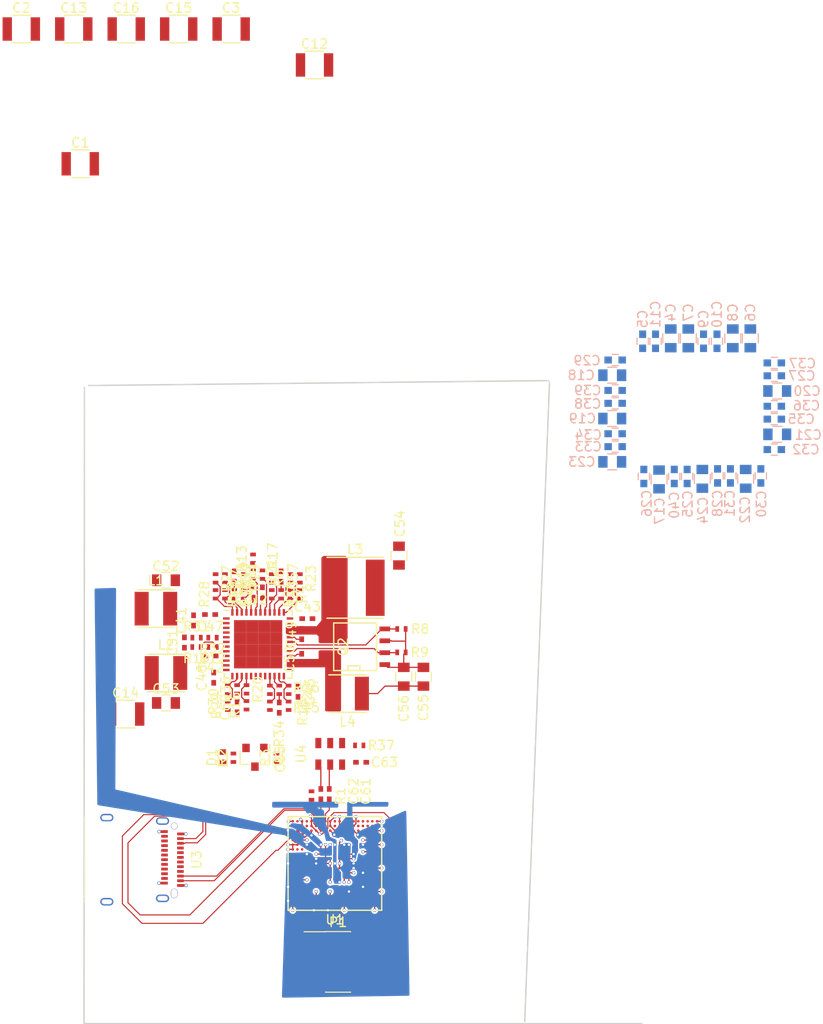
<source format=kicad_pcb>
(kicad_pcb (version 20221018) (generator pcbnew)
  (layers (0 "F.Cu" signal "SIGNALS") (1 "In1.Cu" signal "HS_SIGNALS") (2 "In2.Cu" power "GND") (31 "B.Cu" power "PWR") (34 "B.Paste" user) (35 "F.Paste" user) (36 "B.SilkS" user "B.Silkscreen") (37 "F.SilkS" user "F.Silkscreen") (38 "B.Mask" user) (39 "F.Mask" user) (44 "Edge.Cuts" user))
  (net 0 "")
  (net 1 "GND")
  (net 2 "AVCC1P2")
  (net 3 "AVCC1P0")
  (net 4 "V3P3")
  (net 5 "V1P0")
  (net 6 "V1P8")
  (net 7 "Net-(R1-Pad1)")
  (net 8 "/JTAG_TCK")
  (net 9 "/JTAG_TDO")
  (net 10 "/JTAG_TMS")
  (net 11 "/JTAG_TDI")
  (net 12 "/GTP0_TX_P")
  (net 13 "/GTP0_TX_N")
  (net 14 "/GTP1_TX_P")
  (net 15 "/GTP1_TX_N")
  (net 16 "/GTP0_RX_P")
  (net 17 "/GTP0_RX_N")
  (net 18 "/GTP1_RX_P")
  (net 19 "/GTP1_RX_N")
  (net 20 "Net-(C47-Pad1)")
  (net 21 "/power/VCC5V0")
  (net 22 "/power/VCC1V8")
  (net 23 "/power/VCC3V3")
  (net 24 "Net-(C48-Pad1)")
  (net 25 "Net-(Q1-Pad1)")
  (net 26 "Net-(R11-Pad1)")
  (net 27 "Net-(C46-Pad1)")
  (net 28 "Net-(R13-Pad1)")
  (net 29 "/power/VREG")
  (net 30 "/power/AVCC1V2")
  (net 31 "/power/AVCC1V0")
  (net 32 "/power/VCC1V0")
  (net 33 "Net-(D1-Pad1)")
  (net 34 "Net-(Q1-Pad2)")
  (net 35 "/power/SW1")
  (net 36 "/VCC3V3")
  (net 37 "/power/SW3")
  (net 38 "/power/SW4")
  (net 39 "/power/SW2")
  (net 40 "/power/FB5")
  (net 41 "/power/FB3")
  (net 42 "/power/FB4")
  (net 43 "/power/FB1")
  (net 44 "/power/FB2")
  (net 45 "/power/EN4")
  (net 46 "/power/COMP4")
  (net 47 "/power/COMP2")
  (net 48 "/power/EN2")
  (net 49 "/power/EN1")
  (net 50 "/power/COMP1")
  (net 51 "/power/COMP3")
  (net 52 "/power/EN3")
  (net 53 "/power/SS12")
  (net 54 "/power/SS34")
  (net 55 "/power/DL1")
  (net 56 "/power/DL2")
  (net 57 "/power/BST1")
  (net 58 "/power/BST2")
  (net 59 "Net-(C57-Pad2)")
  (net 60 "Net-(C58-Pad2)")
  (net 61 "Net-(C59-Pad2)")
  (net 62 "Net-(C60-Pad2)")
  (net 63 "/power/EN5")
  (net 64 "/GTP_REF_CLK_N")
  (net 65 "/GTP_REF_CLK_P")
  (net 66 "Net-(C61-Pad2)")
  (net 67 "Net-(C62-Pad2)")
  (net 68 "Net-(R37-Pad2)")
  (footprint "NQBit.pretty:CPG236" (layer "F.Cu") (at 106.75 149.75)
    (fp_text reference "U1")
    (fp_text value "XC7A15TCPG236")
  )
  (footprint "Capacitors_SMD:C_1210" (layer "F.Cu") (at 79.55 75.05)
    (fp_text reference "C1")
    (fp_text value "100uF")
  )
  (footprint "Capacitors_SMD:C_1210" (layer "F.Cu") (at 73.25302 60.6625)
    (fp_text reference "C2")
    (fp_text value "47uF")
  )
  (footprint "Capacitors_SMD:C_1210" (layer "F.Cu") (at 95.6706 60.6625)
    (fp_text reference "C3")
    (fp_text value "47uF")
  )
  (footprint "Capacitors_SMD:C_1210" (layer "F.Cu") (at 104.575 64.5)
    (fp_text reference "C12")
    (fp_text value "47uF")
  )
  (footprint "Capacitors_SMD:C_1210" (layer "F.Cu") (at 78.857415 60.6625)
    (fp_text reference "C13")
    (fp_text value "100uF")
  )
  (footprint "Capacitors_SMD:C_1210" (layer "F.Cu") (at 84.4 133.8)
    (fp_text reference "C14")
    (fp_text value "100uF")
  )
  (footprint "Capacitors_SMD:C_1210" (layer "F.Cu") (at 90.066205 60.6625)
    (fp_text reference "C15")
    (fp_text value "100uF")
  )
  (footprint "Capacitors_SMD:C_1210" (layer "F.Cu") (at 84.46181 60.6625)
    (fp_text reference "C16")
    (fp_text value "100uF")
  )
  (footprint "Housings_DFN_QFN:QFN-48-1EP_7x7mm_Pitch0.5mm" (layer "F.Cu") (at 98.550906 126.347664)
    (fp_text reference "U2")
    (fp_text value "ADP5052")
  )
  (footprint "NQBit:SRN4018" (layer "F.Cu") (at 87.632156 122.546414 180)
    (fp_text reference "L1")
    (fp_text value "4.7uH")
  )
  (footprint "NQBit:SRN4018" (layer "F.Cu") (at 88.707156 129.416414 180)
    (fp_text reference "L2")
    (fp_text value "4.7uH")
  )
  (footprint "Capacitors_SMD:C_0402_NoSilk" (layer "F.Cu") (at 91.657156 123.806414 90)
    (fp_text reference "C41")
    (fp_text value "1uF")
  )
  (footprint "Capacitors_SMD:C_0402_NoSilk" (layer "F.Cu") (at 93.467156 127.596414 180)
    (fp_text reference "C42")
    (fp_text value "1uF")
  )
  (footprint "Capacitors_SMD:C_0402_NoSilk" (layer "F.Cu") (at 103.807156 123.616414)
    (fp_text reference "C43")
    (fp_text value "1uF")
  )
  (footprint "Capacitors_SMD:C_0402_NoSilk" (layer "F.Cu") (at 98.007156 120.816414 90)
    (fp_text reference "C44")
    (fp_text value "1uF")
  )
  (footprint "Capacitors_SMD:C_0402_NoSilk" (layer "F.Cu") (at 102.807156 131.416414 -90)
    (fp_text reference "C45")
    (fp_text value "1uF")
  )
  (footprint "Capacitors_SMD:C_0402_NoSilk" (layer "F.Cu") (at 99.007156 120.816414 90)
    (fp_text reference "C46")
    (fp_text value "1uF")
  )
  (footprint "Capacitors_SMD:C_0402_NoSilk" (layer "F.Cu") (at 93.417156 123.176414 180)
    (fp_text reference "C47")
    (fp_text value "100nF")
  )
  (footprint "Capacitors_SMD:C_0402_NoSilk" (layer "F.Cu") (at 93.807156 129.916414 90)
    (fp_text reference "C48")
    (fp_text value "100nF")
  )
  (footprint "Capacitors_SMD:C_0402_NoSilk" (layer "F.Cu") (at 103.207156 125.266414 90)
    (fp_text reference "C49")
    (fp_text value "100nF")
  )
  (footprint "Capacitors_SMD:C_0402_NoSilk" (layer "F.Cu") (at 103.207156 127.916414 -90)
    (fp_text reference "C50")
    (fp_text value "100nF")
  )
  (footprint "Capacitors_SMD:C_0402_NoSilk" (layer "F.Cu") (at 90.677156 126.166414 90)
    (fp_text reference "C51")
    (fp_text value "1uF")
  )
  (footprint "Capacitors_SMD:C_0805" (layer "F.Cu") (at 88.707156 119.516414)
    (fp_text reference "C52")
    (fp_text value "10uF")
  )
  (footprint "Capacitors_SMD:C_0805" (layer "F.Cu") (at 88.707156 132.616414)
    (fp_text reference "C53")
    (fp_text value "10uF")
  )
  (footprint "Capacitors_SMD:C_0805" (layer "F.Cu") (at 113.597043 116.885449 90)
    (fp_text reference "C54")
    (fp_text value "100uF")
  )
  (footprint "Capacitors_SMD:C_0805" (layer "F.Cu") (at 116.207156 129.816414 90)
    (fp_text reference "C55")
    (fp_text value "22uF")
  )
  (footprint "Capacitors_SMD:C_0805" (layer "F.Cu") (at 114.107156 129.816414 90)
    (fp_text reference "C56")
    (fp_text value "22uF")
  )
  (footprint "LEDs:LED_0402" (layer "F.Cu") (at 94.807156 138.416414 90)
    (fp_text reference "D1")
    (fp_text value "LED")
  )
  (footprint "Pin_Headers:Pin_Header_Straight_2x05_Pitch1.27mm_SMD" (layer "F.Cu") (at 107.09 160.26)
    (fp_text reference "P1")
    (fp_text value "CONN_02X05")
  )
  (footprint "Resistors_SMD:R_0402_NoSilk" (layer "F.Cu") (at 104.25 142.5 90)
    (fp_text reference "R1")
    (fp_text value "100")
  )
  (footprint "Resistors_SMD:R_0402_NoSilk" (layer "F.Cu") (at 95.907156 138.466414 90)
    (fp_text reference "R2")
    (fp_text value "4.7k")
  )
  (footprint "Resistors_SMD:R_0402_NoSilk" (layer "F.Cu") (at 100.507156 138.466414 90)
    (fp_text reference "R3")
    (fp_text value "100k")
  )
  (footprint "Resistors_SMD:R_0402_NoSilk" (layer "F.Cu") (at 102.007156 121.016414 -90)
    (fp_text reference "R4")
    (fp_text value "0")
  )
  (footprint "Resistors_SMD:R_0402_NoSilk" (layer "F.Cu") (at 95.007156 121.016414 -90)
    (fp_text reference "R5")
    (fp_text value "301k")
  )
  (footprint "Resistors_SMD:R_0402_NoSilk" (layer "F.Cu") (at 102.007156 119.316414 90)
    (fp_text reference "R6")
    (fp_text value "9.53k - DNP")
  )
  (footprint "Resistors_SMD:R_0402_NoSilk" (layer "F.Cu") (at 95.007156 119.316414 -90)
    (fp_text reference "R7")
    (fp_text value "402k")
  )
  (footprint "Resistors_SMD:R_0402_NoSilk" (layer "F.Cu") (at 113.857156 124.716414 180)
    (fp_text reference "R8")
    (fp_text value "47k")
  )
  (footprint "Resistors_SMD:R_0402_NoSilk" (layer "F.Cu") (at 113.857156 127.216414 180)
    (fp_text reference "R9")
    (fp_text value "47k")
  )
  (footprint "Resistors_SMD:R_0402_NoSilk" (layer "F.Cu") (at 91.967156 126.646414 180)
    (fp_text reference "R10")
    (fp_text value "1.91k")
  )
  (footprint "Resistors_SMD:R_0402_NoSilk" (layer "F.Cu") (at 99.007156 118.916414 90)
    (fp_text reference "R11")
    (fp_text value "31.6k")
  )
  (footprint "Resistors_SMD:R_0402_NoSilk" (layer "F.Cu") (at 93.677156 126.646414 180)
    (fp_text reference "R12")
    (fp_text value "4.99k")
  )
  (footprint "Resistors_SMD:R_0402_NoSilk" (layer "F.Cu") (at 98.007156 117.216414 90)
    (fp_text reference "R13")
    (fp_text value "0")
  )
  (footprint "Resistors_SMD:R_0402_NoSilk" (layer "F.Cu") (at 98.007156 118.916414 90)
    (fp_text reference "R14")
    (fp_text value "0 - DNP")
  )
  (footprint "Resistors_SMD:R_0402_NoSilk" (layer "F.Cu") (at 97.007156 119.316414 -90)
    (fp_text reference "R15")
    (fp_text value "10.5k")
  )
  (footprint "Resistors_SMD:R_0402_NoSilk" (layer "F.Cu") (at 97.307156 132.866414 90)
    (fp_text reference "R16")
    (fp_text value "10.2k")
  )
  (footprint "Resistors_SMD:R_0402_NoSilk" (layer "F.Cu") (at 100.007156 119.316414 -90)
    (fp_text reference "R17")
    (fp_text value "31.6k")
  )
  (footprint "Resistors_SMD:R_0402_NoSilk" (layer "F.Cu") (at 99.807156 132.916414 90)
    (fp_text reference "R18")
    (fp_text value "10.5k")
  )
  (footprint "Resistors_SMD:R_0402_NoSilk" (layer "F.Cu") (at 97.007156 121.016414 90)
    (fp_text reference "R19")
    (fp_text value "41.2k")
  )
  (footprint "Resistors_SMD:R_0402_NoSilk" (layer "F.Cu") (at 97.307156 131.166414 -90)
    (fp_text reference "R20")
    (fp_text value "20k")
  )
  (footprint "Resistors_SMD:R_0402_NoSilk" (layer "F.Cu") (at 100.007156 121.016414 90)
    (fp_text reference "R21")
    (fp_text value "10.2k")
  )
  (footprint "Resistors_SMD:R_0402_NoSilk" (layer "F.Cu") (at 99.807156 131.216414 -90)
    (fp_text reference "R22")
    (fp_text value "41.2k")
  )
  (footprint "Resistors_SMD:R_0402_NoSilk" (layer "F.Cu") (at 103.007156 119.316414 -90)
    (fp_text reference "R23")
    (fp_text value "56.2k")
  )
  (footprint "Resistors_SMD:R_0402_NoSilk" (layer "F.Cu") (at 103.007156 121.016414 90)
    (fp_text reference "R24")
    (fp_text value "56.2k")
  )
  (footprint "Resistors_SMD:R_0402_NoSilk" (layer "F.Cu") (at 101.807156 132.916414 90)
    (fp_text reference "R25")
    (fp_text value "56.2k")
  )
  (footprint "Resistors_SMD:R_0402_NoSilk" (layer "F.Cu") (at 101.807156 131.216414 -90)
    (fp_text reference "R26")
    (fp_text value "56.2k")
  )
  (footprint "Resistors_SMD:R_0402_NoSilk" (layer "F.Cu") (at 94.007156 119.316414 -90)
    (fp_text reference "R27")
    (fp_text value "56.2k")
  )
  (footprint "Resistors_SMD:R_0402_NoSilk" (layer "F.Cu") (at 94.007156 121.016414 90)
    (fp_text reference "R28")
    (fp_text value "56.2k")
  )
  (footprint "Resistors_SMD:R_0402_NoSilk" (layer "F.Cu") (at 95.307156 132.916414 90)
    (fp_text reference "R29")
    (fp_text value "56.2k")
  )
  (footprint "Resistors_SMD:R_0402_NoSilk" (layer "F.Cu") (at 95.307156 131.216414 -90)
    (fp_text reference "R30")
    (fp_text value "56.2k")
  )
  (footprint "Resistors_SMD:R_0402_NoSilk" (layer "F.Cu") (at 91.977156 125.646414)
    (fp_text reference "R31")
    (fp_text value "56.2k")
  )
  (footprint "Resistors_SMD:R_0402_NoSilk" (layer "F.Cu") (at 93.677156 125.646414 180)
    (fp_text reference "R32")
    (fp_text value "56.2k")
  )
  (footprint "Resistors_SMD:R_0402_NoSilk" (layer "F.Cu") (at 101.007156 121.016414 -90)
    (fp_text reference "R33")
    (fp_text value "56.2k")
  )
  (footprint "Resistors_SMD:R_0402_NoSilk" (layer "F.Cu") (at 100.807156 131.216414 90)
    (fp_text reference "R34")
    (fp_text value "56.2k")
  )
  (footprint "Resistors_SMD:R_0402_NoSilk" (layer "F.Cu") (at 96.007156 121.016414 -90)
    (fp_text reference "R35")
    (fp_text value "56.2k")
  )
  (footprint "Resistors_SMD:R_0402_NoSilk" (layer "F.Cu") (at 96.307156 131.166414 90)
    (fp_text reference "R36")
    (fp_text value "56.2k")
  )
  (footprint "Capacitors_SMD:C_0402_NoSilk" (layer "F.Cu") (at 101.007156 119.116414 -90)
    (fp_text reference "C57")
    (fp_text value "2.7nF")
  )
  (footprint "Capacitors_SMD:C_0402_NoSilk" (layer "F.Cu") (at 100.807156 133.116414 90)
    (fp_text reference "C58")
    (fp_text value "2.7nF")
  )
  (footprint "Capacitors_SMD:C_0402_NoSilk" (layer "F.Cu") (at 96.007156 119.116414 -90)
    (fp_text reference "C59")
    (fp_text value "2.7nF")
  )
  (footprint "Capacitors_SMD:C_0402_NoSilk" (layer "F.Cu") (at 96.307156 133.066414 90)
    (fp_text reference "C60")
    (fp_text value "2.7nF")
  )
  (footprint "TO_SOT_Packages_SMD:SOT-23" (layer "F.Cu") (at 98.207156 138.416414 -90)
    (fp_text reference "Q1")
    (fp_text value "MOSFET-N")
  )
  (footprint "SMD_Packages:SOIC-8-N" (layer "F.Cu") (at 108.907156 126.616414 90)
    (fp_text reference "Q2")
    (fp_text value "FDS9926A")
  )
  (footprint "NQBit:USB-C_SMT" (layer "F.Cu") (at 89.59 149.35 -90)
    (fp_text reference "U3")
    (fp_text value "USB-C")
  )
  (footprint "NQBit:DSC1123" (layer "F.Cu") (at 106.25 138.05 -90)
    (fp_text reference "U4")
    (fp_text value "DSC1123")
  )
  (footprint "Capacitors_SMD:C_0402_NoSilk" (layer "F.Cu") (at 106.15 142.35 90)
    (fp_text reference "C61")
    (fp_text value "100nF")
  )
  (footprint "Capacitors_SMD:C_0402_NoSilk" (layer "F.Cu") (at 105.25 142.35 90)
    (fp_text reference "C62")
    (fp_text value "100nF")
  )
  (footprint "Capacitors_SMD:C_0402_NoSilk" (layer "F.Cu") (at 109.55 138.95 180)
    (fp_text reference "C63")
    (fp_text value "100nF")
  )
  (footprint "Resistors_SMD:R_0402_NoSilk" (layer "F.Cu") (at 109.35 137.15 180)
    (fp_text reference "R37")
    (fp_text value "10k")
  )
  (footprint "NQBit:SRN6045" (layer "F.Cu") (at 108.907156 120.316414)
    (fp_text reference "L3")
    (fp_text value "2.2uH")
  )
  (footprint "NQBit:SRN4018" (layer "F.Cu") (at 108.107156 131.616414)
    (fp_text reference "L4")
    (fp_text value "3.3uH")
  )
  (footprint "Capacitors_SMD:C_0805" (layer "B.Cu") (at 142.625 93.6875 90)
    (fp_text reference "C4")
    (fp_text value "4.7uF")
  )
  (footprint "Capacitors_SMD:C_0603" (layer "B.Cu") (at 139.625 94 90)
    (fp_text reference "C5")
    (fp_text value "0.47uF")
  )
  (footprint "Capacitors_SMD:C_0805" (layer "B.Cu") (at 151.125 93.6875 90)
    (fp_text reference "C6")
    (fp_text value "4.7uF")
  )
  (footprint "Capacitors_SMD:C_0805" (layer "B.Cu") (at 144.5 93.6875 90)
    (fp_text reference "C7")
    (fp_text value "4.7uF")
  )
  (footprint "Capacitors_SMD:C_0805" (layer "B.Cu") (at 149.25 93.6875 90)
    (fp_text reference "C8")
    (fp_text value "4.7uF")
  )
  (footprint "Capacitors_SMD:C_0603" (layer "B.Cu") (at 146.125 94 90)
    (fp_text reference "C9")
    (fp_text value "0.47uF")
  )
  (footprint "Capacitors_SMD:C_0603" (layer "B.Cu") (at 147.5625 94 90)
    (fp_text reference "C10")
    (fp_text value "0.47uF")
  )
  (footprint "Capacitors_SMD:C_0603" (layer "B.Cu") (at 141 94 90)
    (fp_text reference "C11")
    (fp_text value "0.47uF")
  )
  (footprint "Capacitors_SMD:C_0805" (layer "B.Cu") (at 141.375 108.75 -90)
    (fp_text reference "C17")
    (fp_text value "4.7uF")
  )
  (footprint "Capacitors_SMD:C_0805" (layer "B.Cu") (at 136.375 97.625 180)
    (fp_text reference "C18")
    (fp_text value "4.7uF")
  )
  (footprint "Capacitors_SMD:C_0805" (layer "B.Cu") (at 136.375 102.25 180)
    (fp_text reference "C19")
    (fp_text value "4.7uF")
  )
  (footprint "Capacitors_SMD:C_0805" (layer "B.Cu") (at 154 99.3125)
    (fp_text reference "C20")
    (fp_text value "4.7uF")
  )
  (footprint "Capacitors_SMD:C_0805" (layer "B.Cu") (at 154 103.9375)
    (fp_text reference "C21")
    (fp_text value "4.7uF")
  )
  (footprint "Capacitors_SMD:C_0805" (layer "B.Cu") (at 150.625 108.6875 -90)
    (fp_text reference "C22")
    (fp_text value "4.7uF")
  )
  (footprint "Capacitors_SMD:C_0805" (layer "B.Cu") (at 136.375 106.875 180)
    (fp_text reference "C23")
    (fp_text value "4.7uF")
  )
  (footprint "Capacitors_SMD:C_0805" (layer "B.Cu") (at 146 108.6875 -90)
    (fp_text reference "C24")
    (fp_text value "4.7uF")
  )
  (footprint "Capacitors_SMD:C_0603" (layer "B.Cu") (at 144.375 108.4375 -90)
    (fp_text reference "C25")
    (fp_text value "0.47uF")
  )
  (footprint "Capacitors_SMD:C_0603" (layer "B.Cu") (at 139.75 108.4375 -90)
    (fp_text reference "C26")
    (fp_text value "0.47uF")
  )
  (footprint "Capacitors_SMD:C_0603" (layer "B.Cu") (at 153.6875 97.6875)
    (fp_text reference "C27")
    (fp_text value "0.47uF")
  )
  (footprint "Capacitors_SMD:C_0603" (layer "B.Cu") (at 147.625 108.375 -90)
    (fp_text reference "C28")
    (fp_text value "0.47uF")
  )
  (footprint "Capacitors_SMD:C_0603" (layer "B.Cu") (at 136.6875 96 180)
    (fp_text reference "C29")
    (fp_text value "0.47uF")
  )
  (footprint "Capacitors_SMD:C_0603" (layer "B.Cu") (at 152.25 108.375 -90)
    (fp_text reference "C30")
    (fp_text value "0.47uF")
  )
  (footprint "Capacitors_SMD:C_0603" (layer "B.Cu") (at 149 108.375 -90)
    (fp_text reference "C31")
    (fp_text value "0.47uF")
  )
  (footprint "Capacitors_SMD:C_0603" (layer "B.Cu") (at 153.6875 105.5625)
    (fp_text reference "C32")
    (fp_text value "0.47uF")
  )
  (footprint "Capacitors_SMD:C_0603" (layer "B.Cu") (at 136.6875 105.25 180)
    (fp_text reference "C33")
    (fp_text value "0.47uF")
  )
  (footprint "Capacitors_SMD:C_0603" (layer "B.Cu") (at 136.6875 103.875 180)
    (fp_text reference "C34")
    (fp_text value "0.47uF")
  )
  (footprint "Capacitors_SMD:C_0603" (layer "B.Cu") (at 153.6875 102.3125)
    (fp_text reference "C35")
    (fp_text value "0.47uF")
  )
  (footprint "Capacitors_SMD:C_0603" (layer "B.Cu") (at 153.6875 100.9375)
    (fp_text reference "C36")
    (fp_text value "0.47uF")
  )
  (footprint "Capacitors_SMD:C_0603" (layer "B.Cu") (at 153.6875 96.3125)
    (fp_text reference "C37")
    (fp_text value "0.47uF")
  )
  (footprint "Capacitors_SMD:C_0603" (layer "B.Cu") (at 136.6875 100.625 180)
    (fp_text reference "C38")
    (fp_text value "0.47uF")
  )
  (footprint "Capacitors_SMD:C_0603" (layer "B.Cu") (at 136.6875 99.25 180)
    (fp_text reference "C39")
    (fp_text value "0.47uF")
  )
  (footprint "Capacitors_SMD:C_0603" (layer "B.Cu") (at 143 108.4375 -90)
    (fp_text reference "C40")
    (fp_text value "0.47uF")
  )
  (gr_line (start 127.025 166.625) (end 129.675 98.325) (stroke (width 0.15)) (layer "Edge.Cuts"))
  (gr_line (start 80 98.925) (end 79.95 166.85) (stroke (width 0.15)) (layer "Edge.Cuts"))
  (gr_line (start 79.95 166.85) (end 139.55 166.85) (stroke (width 0.15)) (layer "Edge.Cuts"))
  (gr_line (start 129.55 98.2) (end 80.425 98.725) (stroke (width 0.15)) (layer "Edge.Cuts"))
  (segment (start 105.375315 146.625) (end 105.125 146.625) (width 0.1143) (layer "F.Cu") (net 1))
  (segment (start 104.75 146.25) (end 105.125 146.625) (width 0.127) (layer "F.Cu") (net 1))
  (segment (start 107.25 149.75) (end 107.25 149.25) (width 0.127) (layer "F.Cu") (net 1))
  (segment (start 103.25 145.25) (end 103.25 145.75) (width 0.127) (layer "F.Cu") (net 1))
  (segment (start 102.25 154.25) (end 102.25 154.75) (width 0.127) (layer "F.Cu") (net 1))
  (segment (start 102.75 146.25) (end 103.25 146.75) (width 0.127) (layer "F.Cu") (net 1))
  (segment (start 105.75 148.25) (end 105.75 147.75) (width 0.127) (layer "F.Cu") (net 1))
  (segment (start 107.75 149.25) (end 107.75 148.75) (width 0.127) (layer "F.Cu") (net 1))
  (segment (start 107.25 148.25) (end 107.25 147.5) (width 0.127) (layer "F.Cu") (net 1))
  (segment (start 109 145.5) (end 109 144.75) (width 0.127) (layer "F.Cu") (net 1))
  (segment (start 105.75 149.75) (end 105.75 150.25) (width 0.127) (layer "F.Cu") (net 1))
  (segment (start 107.75 151.25) (end 107.75 151.75) (width 0.127) (layer "F.Cu") (net 1))
  (segment (start 105.75 149.25) (end 105.75 149.75) (width 0.127) (layer "F.Cu") (net 1))
  (segment (start 103.25 145.25) (end 103.093083 145.093083) (width 0.127) (layer "F.Cu") (net 1))
  (segment (start 104.25 145.75) (end 104.25 145.25) (width 0.127) (layer "F.Cu") (net 1))
  (segment (start 105.75 150.25) (end 106.25 150.25) (width 0.127) (layer "F.Cu") (net 1))
  (segment (start 108.25 150.75) (end 108.75 150.75) (width 0.127) (layer "F.Cu") (net 1))
  (segment (start 114.107156 128.816414) (end 116.207156 128.816414) (width 0.127) (layer "F.Cu") (net 1))
  (segment (start 111.25 152.75) (end 111.75 152.75) (width 0.127) (layer "F.Cu") (net 1))
  (segment (start 105.75 149.25) (end 105.75 148.75) (width 0.127) (layer "F.Cu") (net 1))
  (segment (start 102.75 146.25) (end 103.25 145.75) (width 0.127) (layer "F.Cu") (net 1))
  (segment (start 112.082156 125.981414) (end 112.780656 125.981414) (width 0.127) (layer "F.Cu") (net 1))
  (segment (start 105.500849 146.499466) (end 105.375315 146.625) (width 0.1143) (layer "F.Cu") (net 1))
  (segment (start 104.75 146.25) (end 104.25 145.75) (width 0.127) (layer "F.Cu") (net 1))
  (segment (start 103.25 147.25) (end 103.7495 147.25) (width 0.127) (layer "F.Cu") (net 1))
  (segment (start 103.25 145.75) (end 103.25 146.25) (width 0.127) (layer "F.Cu") (net 1))
  (segment (start 106.25 150.25) (end 106.25 149.75) (width 0.127) (layer "F.Cu") (net 1))
  (segment (start 107.25 148.75) (end 107.25 148.25) (width 0.127) (layer "F.Cu") (net 1))
  (segment (start 108.25 151.25) (end 107.75 151.25) (width 0.127) (layer "F.Cu") (net 1))
  (segment (start 114.307156 124.716414) (end 114.307156 126.016414) (width 0.127) (layer "F.Cu") (net 1))
  (segment (start 106.25 150.25) (end 106.25 150.75) (width 0.127) (layer "F.Cu") (net 1))
  (segment (start 107.25 145.75) (end 106.75 146.25) (width 0.127) (layer "F.Cu") (net 1))
  (segment (start 104.25 145.25) (end 104.25 144.818236) (width 0.127) (layer "F.Cu") (net 1))
  (segment (start 107.75 148.75) (end 107.25 148.75) (width 0.127) (layer "F.Cu") (net 1))
  (segment (start 104.75 153.25) (end 104.75 152.75) (width 0.127) (layer "F.Cu") (net 1))
  (segment (start 111.25 145.25) (end 111.75 145.25) (width 0.127) (layer "F.Cu") (net 1))
  (segment (start 102.25 145.25) (end 101.824886 145.25) (width 0.127) (layer "F.Cu") (net 1))
  (segment (start 111.25 150.25) (end 111.75 150.25) (width 0.127) (layer "F.Cu") (net 1))
  (segment (start 106.25 151.25) (end 106.25 151.75) (width 0.127) (layer "F.Cu") (net 1))
  (segment (start 106.25 145.25) (end 106.75 144.75) (width 0.127) (layer "F.Cu") (net 1))
  (segment (start 107.25 147.5) (end 107.4375 147.3125) (width 0.127) (layer "F.Cu") (net 1))
  (segment (start 106.25 153.25) (end 106.25 152.75) (width 0.127) (layer "F.Cu") (net 1))
  (segment (start 110.5 148.5) (end 109.75 148.5) (width 0.127) (layer "F.Cu") (net 1))
  (segment (start 88.55 151.85) (end 87.95 151.85) (width 0.254) (layer "F.Cu") (net 1))
  (segment (start 111.25 147.75) (end 111.75 147.75) (width 0.127) (layer "F.Cu") (net 1))
  (segment (start 114.107156 128.816414) (end 112.377156 128.816414) (width 0.127) (layer "F.Cu") (net 1))
  (segment (start 107.25 145.75) (end 107.25 145.25) (width 0.127) (layer "F.Cu") (net 1))
  (segment (start 105.25 145.75) (end 105.500849 146.000849) (width 0.1143) (layer "F.Cu") (net 1))
  (segment (start 104.25 144.818236) (end 104.150302 144.718538) (width 0.127) (layer "F.Cu") (net 1))
  (segment (start 88.55 146.35) (end 87.975 146.35) (width 0.254) (layer "F.Cu") (net 1))
  (segment (start 107.75 154.25) (end 107.75 154.75) (width 0.127) (layer "F.Cu") (net 1))
  (segment (start 110.75 153.75) (end 111 154) (width 0.127) (layer "F.Cu") (net 1))
  (segment (start 111 154) (end 111 154.75) (width 0.127) (layer "F.Cu") (net 1))
  (segment (start 110.75 148.75) (end 110.5 148.5) (width 0.127) (layer "F.Cu") (net 1))
  (segment (start 108.75 145.75) (end 109 145.5) (width 0.127) (layer "F.Cu") (net 1))
  (segment (start 103.25 145.75) (end 103.75 146.25) (width 0.127) (layer "F.Cu") (net 1))
  (segment (start 105.25 148.75) (end 104.75 148.75) (width 0.127) (layer "F.Cu") (net 1))
  (segment (start 108.25 151.25) (end 108.25 151.75) (width 0.127) (layer "F.Cu") (net 1))
  (segment (start 103.7495 147.25) (end 103.75 147.2505) (width 0.127) (layer "F.Cu") (net 1))
  (segment (start 112.377156 128.816414) (end 112.082156 128.521414) (width 0.127) (layer "F.Cu") (net 1))
  (segment (start 90.25 152.1) (end 90.85 152.1) (width 0.254) (layer "F.Cu") (net 1))
  (segment (start 102.75 151.75) (end 103 151.5) (width 0.127) (layer "F.Cu") (net 1))
  (segment (start 102.75 147.75) (end 102.25 147.75) (width 0.127) (layer "F.Cu") (net 1))
  (segment (start 112.815656 126.016414) (end 114.307156 126.016414) (width 0.127) (layer "F.Cu") (net 1))
  (segment (start 105.75 149.75) (end 106.25 149.75) (width 0.127) (layer "F.Cu") (net 1))
  (segment (start 111.25 146.25) (end 111.75 146.25) (width 0.127) (layer "F.Cu") (net 1))
  (segment (start 114.307156 126.016414) (end 114.307156 127.216414) (width 0.127) (layer "F.Cu") (net 1))
  (segment (start 108.25 151.25) (end 108.25 150.75) (width 0.127) (layer "F.Cu") (net 1))
  (segment (start 106.25 145.75) (end 106.75 146.25) (width 0.127) (layer "F.Cu") (net 1))
  (segment (start 102.75 146.25) (end 103.25 146.25) (width 0.127) (layer "F.Cu") (net 1))
  (segment (start 102.25 148.25) (end 101.75 148.25) (width 0.127) (layer "F.Cu") (net 1))
  (segment (start 102.25 148.25) (end 102.25 147.75) (width 0.127) (layer "F.Cu") (net 1))
  (segment (start 106.25 151.25) (end 106.25 150.75) (width 0.127) (layer "F.Cu") (net 1))
  (segment (start 114.107156 127.416414) (end 114.307156 127.216414) (width 0.127) (layer "F.Cu") (net 1))
  (segment (start 107.75 149.25) (end 107.25 149.25) (width 0.127) (layer "F.Cu") (net 1))
  (segment (start 103.093083 145.093083) (end 103.093083 145.056199) (width 0.127) (layer "F.Cu") (net 1))
  (segment (start 107.25 150.25) (end 107.25 149.75) (width 0.127) (layer "F.Cu") (net 1))
  (segment (start 107.25 148.75) (end 107.25 149.25) (width 0.127) (layer "F.Cu") (net 1))
  (segment (start 101.824886 145.25) (end 101.789784 145.285102) (width 0.127) (layer "F.Cu") (net 1))
  (segment (start 112.780656 125.981414) (end 112.815656 126.016414) (width 0.127) (layer "F.Cu") (net 1))
  (segment (start 103 151.5) (end 103.75 151.5) (width 0.127) (layer "F.Cu") (net 1))
  (segment (start 103.75 146.25) (end 103.25 146.25) (width 0.127) (layer "F.Cu") (net 1))
  (segment (start 103.25 146.25) (end 103.25 146.75) (width 0.127) (layer "F.Cu") (net 1))
  (segment (start 105.75 149.25) (end 106.25 149.25) (width 0.127) (layer "F.Cu") (net 1))
  (segment (start 106.25 149.25) (end 106.25 149.75) (width 0.127) (layer "F.Cu") (net 1))
  (segment (start 105.25 145.25) (end 105.25 145.75) (width 0.127) (layer "F.Cu") (net 1))
  (segment (start 105.75 148.75) (end 105.75 148.25) (width 0.127) (layer "F.Cu") (net 1))
  (segment (start 114.107156 128.816414) (end 114.107156 127.416414) (width 0.127) (layer "F.Cu") (net 1))
  (segment (start 102.25 147.75) (end 101.75 147.75) (width 0.127) (layer "F.Cu") (net 1))
  (segment (start 110.25 147.25) (end 109.75 147.25) (width 0.127) (layer "F.Cu") (net 1))
  (segment (start 103.75 146.25) (end 103.25 146.75) (width 0.127) (layer "F.Cu") (net 1))
  (segment (start 107.25 145.25) (end 107.25 144.75) (width 0.127) (layer "F.Cu") (net 1))
  (segment (start 106.25 145.75) (end 106.25 145.25) (width 0.127) (layer "F.Cu") (net 1))
  (segment (start 114.307156 124.616414) (end 114.307156 124.716414) (width 0.127) (layer "F.Cu") (net 1))
  (segment (start 105.500849 146.000849) (end 105.500849 146.499466) (width 0.1143) (layer "F.Cu") (net 1))
  (segment (start 90.25 146.6) (end 90.825 146.6) (width 0.254) (layer "F.Cu") (net 1))
  (segment (start 105.75 148.75) (end 105.25 148.75) (width 0.127) (layer "F.Cu") (net 1))
  (via (at 111.75 146.25) (size 0.354) (drill 0.254) (layers "F.Cu" "B.Cu") (net 1))
  (via (at 87.975 146.35) (size 0.354) (drill 0.254) (layers "F.Cu" "B.Cu") (net 1))
  (via (at 105.125 146.625) (size 0.354) (drill 0.254) (layers "F.Cu" "B.Cu") (net 1))
  (via (at 111 154.75) (size 0.354) (drill 0.254) (layers "F.Cu" "B.Cu") (net 1))
  (via (at 103.093083 145.056199) (size 0.354) (drill 0.254) (layers "F.Cu" "B.Cu") (net 1))
  (via (at 111.75 145.25) (size 0.354) (drill 0.254) (layers "F.Cu" "B.Cu") (net 1))
  (via (at 101.75 148.25) (size 0.354) (drill 0.254) (layers "F.Cu" "B.Cu") (net 1))
  (via (at 106.25 151.75) (size 0.354) (drill 0.254) (layers "F.Cu" "B.Cu") (net 1))
  (via (at 107.4375 147.3125) (size 0.354) (drill 0.254) (layers "F.Cu" "B.Cu") (net 1))
  (via (at 111.75 152.75) (size 0.354) (drill 0.254) (layers "F.Cu" "B.Cu") (net 1))
  (via (at 111.75 147.75) (size 0.354) (drill 0.254) (layers "F.Cu" "B.Cu") (net 1))
  (via (at 105.75 147.75) (size 0.354) (drill 0.254) (layers "F.Cu" "B.Cu") (net 1))
  (via (at 106.25 149.75) (size 0.354) (drill 0.254) (layers "F.Cu" "B.Cu") (net 1))
  (via (at 107.75 154.75) (size 0.354) (drill 0.254) (layers "F.Cu" "B.Cu") (net 1))
  (via (at 101.789784 145.285102) (size 0.354) (drill 0.254) (layers "F.Cu" "B.Cu") (net 1))
  (via (at 90.85 152.1) (size 0.354) (drill 0.254) (layers "F.Cu" "B.Cu") (net 1))
  (via (at 106.75 144.75) (size 0.354) (drill 0.254) (layers "F.Cu" "B.Cu") (net 1))
  (via (at 103.75 151.5) (size 0.354) (drill 0.254) (layers "F.Cu" "B.Cu") (net 1))
  (via (at 108.75 150.75) (size 0.354) (drill 0.254) (layers "F.Cu" "B.Cu") (net 1))
  (via (at 104.75 152.75) (size 0.354) (drill 0.254) (layers "F.Cu" "B.Cu") (net 1))
  (via (at 109 144.75) (size 0.354) (drill 0.254) (layers "F.Cu" "B.Cu") (net 1))
  (via (at 111.75 150.25) (size 0.354) (drill 0.254) (layers "F.Cu" "B.Cu") (net 1))
  (via (at 104.150302 144.718538) (size 0.354) (drill 0.254) (layers "F.Cu" "B.Cu") (net 1))
  (via (at 106.25 152.75) (size 0.354) (drill 0.254) (layers "F.Cu" "B.Cu") (net 1))
  (via (at 107.25 144.75) (size 0.354) (drill 0.254) (layers "F.Cu" "B.Cu") (net 1))
  (via (at 90.825 146.6) (size 0.354) (drill 0.254) (layers "F.Cu" "B.Cu") (net 1))
  (via (at 107.25 149.75) (size 0.354) (drill 0.254) (layers "F.Cu" "B.Cu") (net 1))
  (via (at 101.75 147.75) (size 0.354) (drill 0.254) (layers "F.Cu" "B.Cu") (net 1))
  (via (at 102.25 154.75) (size 0.354) (drill 0.254) (layers "F.Cu" "B.Cu") (net 1))
  (via (at 108.25 151.75) (size 0.354) (drill 0.254) (layers "F.Cu" "B.Cu") (net 1))
  (via (at 107.75 151.75) (size 0.354) (drill 0.254) (layers "F.Cu" "B.Cu") (net 1))
  (via (at 109.75 148.5) (size 0.354) (drill 0.254) (layers "F.Cu" "B.Cu") (net 1))
  (via (at 87.95 151.85) (size 0.354) (drill 0.254) (layers "F.Cu" "B.Cu") (net 1))
  (via (at 104.75 148.75) (size 0.354) (drill 0.254) (layers "F.Cu" "B.Cu") (net 1))
  (via (at 103.75 147.2505) (size 0.354) (drill 0.254) (layers "F.Cu" "B.Cu") (net 1))
  (via (at 109.75 147.25) (size 0.354) (drill 0.254) (layers "F.Cu" "B.Cu") (net 1))
  (segment (start 103 147) (end 103.5 147) (width 0.127) (layer "F.Cu") (net 2))
  (segment (start 102.75 147.25) (end 103 147) (width 0.127) (layer "F.Cu") (net 2))
  (segment (start 103.75 146.75) (end 104.25 146.75) (width 0.127) (layer "F.Cu") (net 2))
  (segment (start 105.25 148.25) (end 105.25 147.75) (width 0.127) (layer "F.Cu") (net 2))
  (segment (start 103.75 146.75) (end 103.5 147) (width 0.127) (layer "F.Cu") (net 2))
  (segment (start 104.25 146.25) (end 104.25 146.75) (width 0.127) (layer "F.Cu") (net 2))
  (via (at 105.25 147.75) (size 0.354) (drill 0.254) (layers "F.Cu" "B.Cu") (net 2))
  (via (at 104.25 146.75) (size 0.354) (drill 0.254) (layers "F.Cu" "B.Cu") (net 2))
  (segment (start 102.5 147.5) (end 103 147.5) (width 0.127) (layer "F.Cu") (net 3))
  (segment (start 103 147.5) (end 103.25 147.75) (width 0.127) (layer "F.Cu") (net 3))
  (segment (start 106.25 148.75) (end 106.25 148.25) (width 0.127) (layer "F.Cu") (net 3))
  (segment (start 102.25 146.25) (end 101.765968 146.25) (width 0.127) (layer "F.Cu") (net 3))
  (segment (start 101.765968 146.25) (end 101.725657 146.209689) (width 0.127) (layer "F.Cu") (net 3))
  (segment (start 102.25 147.25) (end 102.5 147.5) (width 0.127) (layer "F.Cu") (net 3))
  (segment (start 103.25 147.75) (end 103.75 147.75) (width 0.127) (layer "F.Cu") (net 3))
  (segment (start 106.25 148.25) (end 106.25 147.75) (width 0.127) (layer "F.Cu") (net 3))
  (via (at 101.725657 146.209689) (size 0.354) (drill 0.254) (layers "F.Cu" "B.Cu") (net 3))
  (via (at 103.75 147.75) (size 0.354) (drill 0.254) (layers "F.Cu" "B.Cu") (net 3))
  (via (at 106.25 147.75) (size 0.354) (drill 0.254) (layers "F.Cu" "B.Cu") (net 3))
  (segment (start 103.25 148.75) (end 103.75 148.75) (width 0.127) (layer "F.Cu") (net 4))
  (segment (start 105.25 149.75) (end 104.75 149.75) (width 0.127) (layer "F.Cu") (net 4))
  (segment (start 105.25 150.25) (end 105.25 150.75) (width 0.127) (layer "F.Cu") (net 4))
  (segment (start 108.25 149.75) (end 108.75 149.75) (width 0.127) (layer "F.Cu") (net 4))
  (segment (start 105.75 151.25) (end 105.25 151.25) (width 0.127) (layer "F.Cu") (net 4))
  (segment (start 102.25 152.25) (end 101.75 152.25) (width 0.127) (layer "F.Cu") (net 4))
  (segment (start 106 154) (end 106 154.75) (width 0.127) (layer "F.Cu") (net 4))
  (segment (start 110.25 150.75) (end 109.75 150.75) (width 0.127) (layer "F.Cu") (net 4))
  (segment (start 105.75 150.75) (end 105.75 151.25) (width 0.127) (layer "F.Cu") (net 4))
  (segment (start 107.75 150.75) (end 107.75 150.25) (width 0.127) (layer "F.Cu") (net 4))
  (segment (start 104.75 153.75) (end 104.5 154) (width 0.127) (layer "F.Cu") (net 4))
  (segment (start 108.25 150.25) (end 108.75 150.25) (width 0.127) (layer "F.Cu") (net 4))
  (segment (start 107.75 149.75) (end 108.25 149.75) (width 0.127) (layer "F.Cu") (net 4))
  (segment (start 107.75 148.25) (end 107.75 147.75) (width 0.127) (layer "F.Cu") (net 4))
  (segment (start 108.25 148.25) (end 108.25 147.75) (width 0.127) (layer "F.Cu") (net 4))
  (segment (start 108.75 146.25) (end 109.1875 146.6875) (width 0.127) (layer "F.Cu") (net 4))
  (segment (start 111.25 145.75) (end 111.75 145.75) (width 0.127) (layer "F.Cu") (net 4))
  (segment (start 108.25 153.25) (end 108.25 152.75) (width 0.127) (layer "F.Cu") (net 4))
  (segment (start 105.25 149.75) (end 105.25 149.25) (width 0.127) (layer "F.Cu") (net 4))
  (segment (start 105.25 150.25) (end 105.25 149.75) (width 0.127) (layer "F.Cu") (net 4))
  (segment (start 107.75 148.25) (end 108.25 148.25) (width 0.127) (layer "F.Cu") (net 4))
  (segment (start 104.5 154) (end 104.5 154.75) (width 0.127) (layer "F.Cu") (net 4))
  (segment (start 107.75 150.25) (end 108.25 150.25) (width 0.127) (layer "F.Cu") (net 4))
  (segment (start 110.25 147.75) (end 109.75 147.75) (width 0.127) (layer "F.Cu") (net 4))
  (segment (start 110.25 152.25) (end 109.75 152.25) (width 0.127) (layer "F.Cu") (net 4))
  (segment (start 105.25 151.25) (end 105.25 150.75) (width 0.127) (layer "F.Cu") (net 4))
  (segment (start 108.25 150.25) (end 108.25 149.75) (width 0.127) (layer "F.Cu") (net 4))
  (segment (start 105.75 150.75) (end 105.25 150.75) (width 0.127) (layer "F.Cu") (net 4))
  (segment (start 105.25 149.25) (end 104.75 149.25) (width 0.127) (layer "F.Cu") (net 4))
  (segment (start 102.25 153.75) (end 101.75 153.75) (width 0.127) (layer "F.Cu") (net 4))
  (segment (start 107.75 150.25) (end 107.75 149.75) (width 0.127) (layer "F.Cu") (net 4))
  (segment (start 111.25 145.75) (end 110.75 146.25) (width 0.127) (layer "F.Cu") (net 4))
  (segment (start 102.25 149.75) (end 101.75 149.75) (width 0.127) (layer "F.Cu") (net 4))
  (segment (start 106.25 153.75) (end 106 154) (width 0.127) (layer "F.Cu") (net 4))
  (via (at 104.5 154.75) (size 0.354) (drill 0.254) (layers "F.Cu" "B.Cu") (net 4))
  (via (at 101.75 153.75) (size 0.354) (drill 0.254) (layers "F.Cu" "B.Cu") (net 4))
  (via (at 107.75 147.75) (size 0.354) (drill 0.254) (layers "F.Cu" "B.Cu") (net 4))
  (via (at 109.75 150.75) (size 0.354) (drill 0.254) (layers "F.Cu" "B.Cu") (net 4))
  (via (at 109.75 152.25) (size 0.354) (drill 0.254) (layers "F.Cu" "B.Cu") (net 4))
  (via (at 109.75 147.75) (size 0.354) (drill 0.254) (layers "F.Cu" "B.Cu") (net 4))
  (via (at 111.75 145.75) (size 0.354) (drill 0.254) (layers "F.Cu" "B.Cu") (net 4))
  (via (at 104.75 149.25) (size 0.354) (drill 0.254) (layers "F.Cu" "B.Cu") (net 4))
  (via (at 101.75 149.75) (size 0.354) (drill 0.254) (layers "F.Cu" "B.Cu") (net 4))
  (via (at 104.75 149.75) (size 0.354) (drill 0.254) (layers "F.Cu" "B.Cu") (net 4))
  (via (at 109.1875 146.6875) (size 0.354) (drill 0.254) (layers "F.Cu" "B.Cu") (net 4))
  (via (at 108.75 149.75) (size 0.354) (drill 0.254) (layers "F.Cu" "B.Cu") (net 4))
  (via (at 103.75 148.75) (size 0.354) (drill 0.254) (layers "F.Cu" "B.Cu") (net 4))
  (via (at 106 154.75) (size 0.354) (drill 0.254) (layers "F.Cu" "B.Cu") (net 4))
  (via (at 108.75 150.25) (size 0.354) (drill 0.254) (layers "F.Cu" "B.Cu") (net 4))
  (via (at 108.25 147.75) (size 0.354) (drill 0.254) (layers "F.Cu" "B.Cu") (net 4))
  (via (at 108.25 152.75) (size 0.354) (drill 0.254) (layers "F.Cu" "B.Cu") (net 4))
  (via (at 101.75 152.25) (size 0.354) (drill 0.254) (layers "F.Cu" "B.Cu") (net 4))
  (segment (start 106.75 148.25) (end 106.75 147.75) (width 0.127) (layer "F.Cu") (net 5))
  (segment (start 107.25 151.25) (end 107.25 151.75) (width 0.127) (layer "F.Cu") (net 5))
  (segment (start 106.75 149.25) (end 106.75 149.75) (width 0.127) (layer "F.Cu") (net 5))
  (segment (start 106.75 148.25) (end 106.75 148.75) (width 0.127) (layer "F.Cu") (net 5))
  (segment (start 106.75 151.25) (end 106.75 150.75) (width 0.127) (layer "F.Cu") (net 5))
  (segment (start 107.25 151.25) (end 106.75 151.25) (width 0.127) (layer "F.Cu") (net 5))
  (segment (start 106.75 149.25) (end 106.75 148.75) (width 0.127) (layer "F.Cu") (net 5))
  (segment (start 107.25 150.75) (end 106.75 150.75) (width 0.127) (layer "F.Cu") (net 5))
  (segment (start 107.25 151.25) (end 107.25 150.75) (width 0.127) (layer "F.Cu") (net 5))
  (segment (start 106.75 150.75) (end 106.75 150.25) (width 0.127) (layer "F.Cu") (net 5))
  (segment (start 106.75 150.25) (end 106.75 149.75) (width 0.127) (layer "F.Cu") (net 5))
  (via (at 106.75 149.75) (size 0.354) (drill 0.254) (layers "F.Cu" "B.Cu") (net 5))
  (via (at 107.25 151.75) (size 0.354) (drill 0.254) (layers "F.Cu" "B.Cu") (net 5))
  (via (at 106.75 147.75) (size 0.354) (drill 0.254) (layers "F.Cu" "B.Cu") (net 5))
  (segment (start 106.25 146.25) (end 106.6875 146.6875) (width 0.127) (layer "F.Cu") (net 6))
  (segment (start 108.25 149.25) (end 108.75 149.25) (width 0.127) (layer "F.Cu") (net 6))
  (segment (start 108.25 148.75) (end 108.75 148.75) (width 0.127) (layer "F.Cu") (net 6))
  (segment (start 108.25 149.25) (end 108.25 148.75) (width 0.127) (layer "F.Cu") (net 6))
  (via (at 108.75 148.75) (size 0.354) (drill 0.254) (layers "F.Cu" "B.Cu") (net 6))
  (via (at 108.75 149.25) (size 0.354) (drill 0.254) (layers "F.Cu" "B.Cu") (net 6))
  (via (at 106.6875 146.6875) (size 0.354) (drill 0.254) (layers "F.Cu" "B.Cu") (net 6))
  (segment (start 104.25 143.2643) (end 104.25 142.95) (width 0.1143) (layer "F.Cu") (net 7))
  (segment (start 104.999151 144.013451) (end 104.25 143.2643) (width 0.1143) (layer "F.Cu") (net 7))
  (segment (start 105.25 146.25) (end 104.999151 145.999151) (width 0.1143) (layer "F.Cu") (net 7))
  (segment (start 104.999151 145.999151) (end 104.999151 144.013451) (width 0.1143) (layer "F.Cu") (net 7))
  (segment (start 110.35 158.99) (end 112.74 156.6) (width 0.125) (layer "F.Cu") (net 8))
  (segment (start 105.999151 146.000849) (end 105.999151 144.970849) (width 0.1143) (layer "F.Cu") (net 8))
  (segment (start 112.74 156.6) (end 112.74 145.07) (width 0.125) (layer "F.Cu") (net 8))
  (segment (start 111.99 144.32) (end 112.74 145.07) (width 0.1143) (layer "F.Cu") (net 8))
  (segment (start 106.65 144.32) (end 111.99 144.32) (width 0.1143) (layer "F.Cu") (net 8))
  (segment (start 105.75 146.25) (end 105.999151 146.000849) (width 0.1143) (layer "F.Cu") (net 8))
  (segment (start 105.999151 144.970849) (end 106.65 144.32) (width 0.1143) (layer "F.Cu") (net 8))
  (segment (start 109.675 158.99) (end 110.35 158.99) (width 0.125) (layer "F.Cu") (net 8))
  (segment (start 105.75 157.01) (end 109 160.26) (width 0.125) (layer "F.Cu") (net 9))
  (segment (start 109 160.26) (end 109.675 160.26) (width 0.125) (layer "F.Cu") (net 9))
  (segment (start 105.75 154.25) (end 105.75 157.01) (width 0.125) (layer "F.Cu") (net 9))
  (segment (start 107.042499 154.587499) (end 109.675 157.22) (width 0.125) (layer "F.Cu") (net 10))
  (segment (start 106.25 154.25) (end 106.542499 153.957501) (width 0.125) (layer "F.Cu") (net 10))
  (segment (start 106.777501 153.957501) (end 107.042499 154.222499) (width 0.125) (layer "F.Cu") (net 10))
  (segment (start 107.042499 154.222499) (end 107.042499 154.587499) (width 0.125) (layer "F.Cu") (net 10))
  (segment (start 109.675 157.22) (end 109.675 157.72) (width 0.125) (layer "F.Cu") (net 10))
  (segment (start 106.542499 153.957501) (end 106.777501 153.957501) (width 0.125) (layer "F.Cu") (net 10))
  (segment (start 110.85 159.879498) (end 110.85 161.03) (width 0.125) (layer "F.Cu") (net 11))
  (segment (start 110.783001 159.812499) (end 110.85 159.879498) (width 0.125) (layer "F.Cu") (net 11))
  (segment (start 110.35 161.53) (end 109.675 161.53) (width 0.125) (layer "F.Cu") (net 11))
  (segment (start 106.75 154.25) (end 106.75 157.72) (width 0.125) (layer "F.Cu") (net 11))
  (segment (start 106.75 157.72) (end 108.842499 159.812499) (width 0.125) (layer "F.Cu") (net 11))
  (segment (start 108.842499 159.812499) (end 110.783001 159.812499) (width 0.125) (layer "F.Cu") (net 11))
  (segment (start 110.85 161.03) (end 110.35 161.53) (width 0.125) (layer "F.Cu") (net 11))
  (segment (start 85.95 155.25) (end 84.65 153.95) (width 0.1143) (layer "F.Cu") (net 12))
  (segment (start 102.75 146.75) (end 102.500849 146.500849) (width 0.1143) (layer "F.Cu") (net 12))
  (segment (start 91.9 147.1) (end 90.25 147.1) (width 0.1143) (layer "F.Cu") (net 12))
  (segment (start 92.10584 144.70584) (end 92.65 145.25) (width 0.1143) (layer "F.Cu") (net 12))
  (segment (start 91.25 155.25) (end 85.95 155.25) (width 0.1143) (layer "F.Cu") (net 12))
  (segment (start 87.49416 144.70584) (end 92.10584 144.70584) (width 0.1143) (layer "F.Cu") (net 12))
  (segment (start 102.500849 146.500849) (end 99.999151 146.500849) (width 0.1143) (layer "F.Cu") (net 12))
  (segment (start 92.65 145.25) (end 92.65 146.35) (width 0.1143) (layer "F.Cu") (net 12))
  (segment (start 92.65 146.35) (end 91.9 147.1) (width 0.1143) (layer "F.Cu") (net 12))
  (segment (start 99.999151 146.500849) (end 91.25 155.25) (width 0.1143) (layer "F.Cu") (net 12))
  (segment (start 84.65 147.55) (end 87.49416 144.70584) (width 0.1143) (layer "F.Cu") (net 12))
  (segment (start 84.65 153.95) (end 84.65 147.55) (width 0.1143) (layer "F.Cu") (net 12))
  (segment (start 90.7643 147.55) (end 92.05 147.55) (width 0.1143) (layer "F.Cu") (net 13))
  (segment (start 86.334529 144.534529) (end 84.05 146.819058) (width 0.1143) (layer "F.Cu") (net 13))
  (segment (start 84.05 146.819058) (end 84.05 154.05) (width 0.1143) (layer "F.Cu") (net 13))
  (segment (start 84.05 154.05) (end 86.15 156.15) (width 0.1143) (layer "F.Cu") (net 13))
  (segment (start 92.65 156.15) (end 100.45 148.35) (width 0.1143) (layer "F.Cu") (net 13))
  (segment (start 90.7143 147.6) (end 90.7643 147.55) (width 0.1143) (layer "F.Cu") (net 13))
  (segment (start 92.434529 144.534529) (end 86.334529 144.534529) (width 0.1143) (layer "F.Cu") (net 13))
  (segment (start 100.65 148.35) (end 102.25 146.75) (width 0.1143) (layer "F.Cu") (net 13))
  (segment (start 92.95 146.65) (end 92.95 145.05) (width 0.1143) (layer "F.Cu") (net 13))
  (segment (start 92.95 145.05) (end 92.434529 144.534529) (width 0.1143) (layer "F.Cu") (net 13))
  (segment (start 92.05 147.55) (end 92.95 146.65) (width 0.1143) (layer "F.Cu") (net 13))
  (segment (start 90.25 147.6) (end 90.7143 147.6) (width 0.1143) (layer "F.Cu") (net 13))
  (segment (start 100.45 148.35) (end 100.65 148.35) (width 0.1143) (layer "F.Cu") (net 13))
  (segment (start 86.15 156.15) (end 92.65 156.15) (width 0.1143) (layer "F.Cu") (net 13))
  (segment (start 88.55 146.85) (end 88.75 146.85) (width 0.1143) (layer "F.Cu") (net 16))
  (segment (start 88.35 146.85) (end 88.55 146.85) (width 0.1143) (layer "F.Cu") (net 16))
  (segment (start 88.35 147.35) (end 88.55 147.35) (width 0.1143) (layer "F.Cu") (net 17))
  (segment (start 101.379041 144.078689) (end 93.85773 151.6) (width 0.1143) (layer "F.Cu") (net 18))
  (segment (start 104.499151 145.499151) (end 104.499151 144.636483) (width 0.1143) (layer "F.Cu") (net 18))
  (segment (start 104.499151 144.636483) (end 103.941357 144.078689) (width 0.1143) (layer "F.Cu") (net 18))
  (segment (start 104.75 145.75) (end 104.499151 145.499151) (width 0.1143) (layer "F.Cu") (net 18))
  (segment (start 93.85773 151.6) (end 90.25 151.6) (width 0.1143) (layer "F.Cu") (net 18))
  (segment (start 103.941357 144.078689) (end 101.379041 144.078689) (width 0.1143) (layer "F.Cu") (net 18))
  (segment (start 101.308081 143.907379) (end 94.11546 151.1) (width 0.1143) (layer "F.Cu") (net 19))
  (segment (start 104.012315 143.907379) (end 101.308081 143.907379) (width 0.1143) (layer "F.Cu") (net 19))
  (segment (start 104.75 144.645064) (end 104.012315 143.907379) (width 0.1143) (layer "F.Cu") (net 19))
  (segment (start 104.75 145.25) (end 104.75 144.645064) (width 0.1143) (layer "F.Cu") (net 19))
  (segment (start 94.11546 151.1) (end 90.25 151.1) (width 0.1143) (layer "F.Cu") (net 19))
  (segment (start 93.227156 126.746414) (end 93.227156 126.646414) (width 0.125) (layer "F.Cu") (net 22))
  (segment (start 111.057156 118.316414) (end 111.057156 120.316414) (width 0.127) (layer "F.Cu") (net 23))
  (segment (start 111.457156 120.716414) (end 111.057156 120.316414) (width 0.127) (layer "F.Cu") (net 23))
  (segment (start 99.445657 122.325913) (end 99.300906 122.470664) (width 0.127) (layer "F.Cu") (net 26))
  (segment (start 99.300906 122.470664) (end 99.300906 122.947664) (width 0.127) (layer "F.Cu") (net 26))
  (segment (start 99.107156 119.366414) (end 99.445657 119.704915) (width 0.127) (layer "F.Cu") (net 26))
  (segment (start 99.007156 119.366414) (end 99.107156 119.366414) (width 0.127) (layer "F.Cu") (net 26))
  (segment (start 99.445657 119.704915) (end 99.445657 122.325913) (width 0.127) (layer "F.Cu") (net 26))
  (segment (start 99.007156 121.366414) (end 99.007156 121.793414) (width 0.127) (layer "F.Cu") (net 27))
  (segment (start 98.800906 121.999664) (end 98.800906 122.947664) (width 0.127) (layer "F.Cu") (net 27))
  (segment (start 99.007156 121.793414) (end 98.800906 121.999664) (width 0.127) (layer "F.Cu") (net 27))
  (segment (start 98.445657 119.854915) (end 98.445657 122.325913) (width 0.127) (layer "F.Cu") (net 28))
  (segment (start 98.007156 119.366414) (end 98.007156 119.416414) (width 0.127) (layer "F.Cu") (net 28))
  (segment (start 98.007156 119.416414) (end 98.445657 119.854915) (width 0.127) (layer "F.Cu") (net 28))
  (segment (start 98.300906 122.470664) (end 98.300906 122.947664) (width 0.127) (layer "F.Cu") (net 28))
  (segment (start 98.445657 122.325913) (end 98.300906 122.470664) (width 0.127) (layer "F.Cu") (net 28))
  (segment (start 98.007156 121.793414) (end 97.800906 121.999664) (width 0.127) (layer "F.Cu") (net 29))
  (segment (start 97.800906 121.999664) (end 97.800906 122.947664) (width 0.127) (layer "F.Cu") (net 29))
  (segment (start 98.007156 121.366414) (end 98.007156 121.793414) (width 0.127) (layer "F.Cu") (net 29))
  (segment (start 109.632156 131.616414) (end 111.307156 131.616414) (width 0.127) (layer "F.Cu") (net 32))
  (segment (start 116.207156 130.816414) (end 114.107156 130.816414) (width 0.127) (layer "F.Cu") (net 32))
  (segment (start 111.307156 131.616414) (end 112.107156 130.816414) (width 0.127) (layer "F.Cu") (net 32))
  (segment (start 112.107156 130.816414) (end 114.107156 130.816414) (width 0.127) (layer "F.Cu") (net 32))
  (segment (start 94.128406 126.647664) (end 94.127156 126.646414) (width 0.125) (layer "F.Cu") (net 40))
  (segment (start 94.127156 126.546414) (end 93.697156 126.116414) (width 0.125) (layer "F.Cu") (net 40))
  (segment (start 94.127156 126.646414) (end 94.127156 126.546414) (width 0.125) (layer "F.Cu") (net 40))
  (segment (start 92.417156 126.546414) (end 92.417156 126.646414) (width 0.125) (layer "F.Cu") (net 40))
  (segment (start 93.697156 126.116414) (end 92.847156 126.116414) (width 0.125) (layer "F.Cu") (net 40))
  (segment (start 92.847156 126.116414) (end 92.417156 126.546414) (width 0.125) (layer "F.Cu") (net 40))
  (segment (start 97.300906 122.087164) (end 97.300906 122.947664) (width 0.127) (layer "F.Cu") (net 41))
  (segment (start 97.495657 120.154915) (end 97.495657 121.077913) (width 0.127) (layer "F.Cu") (net 41))
  (segment (start 97.107156 121.466414) (end 97.007156 121.466414) (width 0.127) (layer "F.Cu") (net 41))
  (segment (start 97.007156 121.793414) (end 97.300906 122.087164) (width 0.127) (layer "F.Cu") (net 41))
  (segment (start 97.107156 119.766414) (end 97.495657 120.154915) (width 0.127) (layer "F.Cu") (net 41))
  (segment (start 97.007156 121.466414) (end 97.007156 121.793414) (width 0.127) (layer "F.Cu") (net 41))
  (segment (start 97.007156 119.766414) (end 97.107156 119.766414) (width 0.127) (layer "F.Cu") (net 41))
  (segment (start 97.495657 121.077913) (end 97.107156 121.466414) (width 0.127) (layer "F.Cu") (net 41))
  (segment (start 97.307156 129.753914) (end 97.300906 129.747664) (width 0.127) (layer "F.Cu") (net 42))
  (segment (start 97.307156 130.716414) (end 97.207156 130.716414) (width 0.127) (layer "F.Cu") (net 42))
  (segment (start 96.795657 132.004915) (end 97.207156 132.416414) (width 0.127) (layer "F.Cu") (net 42))
  (segment (start 97.207156 130.716414) (end 96.795657 131.127913) (width 0.127) (layer "F.Cu") (net 42))
  (segment (start 97.207156 132.416414) (end 97.307156 132.416414) (width 0.127) (layer "F.Cu") (net 42))
  (segment (start 97.307156 130.716414) (end 97.307156 129.753914) (width 0.127) (layer "F.Cu") (net 42))
  (segment (start 96.795657 131.127913) (end 96.795657 132.004915) (width 0.127) (layer "F.Cu") (net 42))
  (segment (start 100.518655 121.054915) (end 100.107156 121.466414) (width 0.127) (layer "F.Cu") (net 43))
  (segment (start 100.107156 121.466414) (end 100.007156 121.466414) (width 0.127) (layer "F.Cu") (net 43))
  (segment (start 100.107156 119.766414) (end 100.518655 120.177913) (width 0.127) (layer "F.Cu") (net 43))
  (segment (start 100.007156 121.466414) (end 100.007156 121.793414) (width 0.127) (layer "F.Cu") (net 43))
  (segment (start 100.007156 119.766414) (end 100.107156 119.766414) (width 0.127) (layer "F.Cu") (net 43))
  (segment (start 99.800906 121.999664) (end 99.800906 122.947664) (width 0.127) (layer "F.Cu") (net 43))
  (segment (start 100.518655 120.177913) (end 100.518655 121.054915) (width 0.127) (layer "F.Cu") (net 43))
  (segment (start 100.007156 121.793414) (end 99.800906 121.999664) (width 0.127) (layer "F.Cu") (net 43))
  (segment (start 99.807156 132.466414) (end 99.957156 132.466414) (width 0.127) (layer "F.Cu") (net 44))
  (segment (start 99.907156 130.766414) (end 99.807156 130.766414) (width 0.127) (layer "F.Cu") (net 44))
  (segment (start 100.295657 131.154915) (end 99.907156 130.766414) (width 0.127) (layer "F.Cu") (net 44))
  (segment (start 99.957156 132.466414) (end 100.295657 132.127913) (width 0.127) (layer "F.Cu") (net 44))
  (segment (start 99.807156 129.753914) (end 99.800906 129.747664) (width 0.127) (layer "F.Cu") (net 44))
  (segment (start 99.807156 130.766414) (end 99.807156 129.753914) (width 0.127) (layer "F.Cu") (net 44))
  (segment (start 100.295657 132.127913) (end 100.295657 131.154915) (width 0.127) (layer "F.Cu") (net 44))
  (segment (start 96.300906 130.061966) (end 96.034959 130.327913) (width 0.127) (layer "F.Cu") (net 45))
  (segment (start 96.034959 130.327913) (end 95.795657 130.327913) (width 0.127) (layer "F.Cu") (net 45))
  (segment (start 95.457156 130.766414) (end 95.795657 131.104915) (width 0.127) (layer "F.Cu") (net 45))
  (segment (start 95.307156 130.766414) (end 95.457156 130.766414) (width 0.127) (layer "F.Cu") (net 45))
  (segment (start 95.407156 130.716414) (end 95.307156 130.716414) (width 0.127) (layer "F.Cu") (net 45))
  (segment (start 95.795657 131.104915) (end 95.795657 132.077913) (width 0.127) (layer "F.Cu") (net 45))
  (segment (start 95.407156 132.466414) (end 95.307156 132.466414) (width 0.127) (layer "F.Cu") (net 45))
  (segment (start 95.795657 132.077913) (end 95.407156 132.466414) (width 0.127) (layer "F.Cu") (net 45))
  (segment (start 96.300906 129.747664) (end 96.300906 130.061966) (width 0.127) (layer "F.Cu") (net 45))
  (segment (start 95.795657 130.327913) (end 95.407156 130.716414) (width 0.127) (layer "F.Cu") (net 45))
  (segment (start 96.800906 129.747664) (end 96.800906 130.222664) (width 0.127) (layer "F.Cu") (net 46))
  (segment (start 96.800906 130.222664) (end 96.307156 130.716414) (width 0.127) (layer "F.Cu") (net 46))
  (segment (start 100.807156 130.766414) (end 100.707156 130.766414) (width 0.127) (layer "F.Cu") (net 47))
  (segment (start 100.707156 130.766414) (end 100.300906 130.360164) (width 0.127) (layer "F.Cu") (net 47))
  (segment (start 100.300906 130.360164) (end 100.300906 129.747664) (width 0.127) (layer "F.Cu") (net 47))
  (segment (start 101.318655 132.077913) (end 101.318655 131.154915) (width 0.127) (layer "F.Cu") (net 48))
  (segment (start 100.954155 130.377913) (end 101.318655 130.377913) (width 0.127) (layer "F.Cu") (net 48))
  (segment (start 100.800906 130.224664) (end 100.954155 130.377913) (width 0.127) (layer "F.Cu") (net 48))
  (segment (start 101.507156 132.266414) (end 101.318655 132.077913) (width 0.127) (layer "F.Cu") (net 48))
  (segment (start 101.807156 132.466414) (end 101.707156 132.466414) (width 0.127) (layer "F.Cu") (net 48))
  (segment (start 101.707156 130.766414) (end 101.807156 130.766414) (width 0.127) (layer "F.Cu") (net 48))
  (segment (start 101.707156 132.466414) (end 101.507156 132.266414) (width 0.127) (layer "F.Cu") (net 48))
  (segment (start 100.800906 129.747664) (end 100.800906 130.224664) (width 0.127) (layer "F.Cu") (net 48))
  (segment (start 101.318655 130.377913) (end 101.707156 130.766414) (width 0.127) (layer "F.Cu") (net 48))
  (segment (start 101.318655 131.154915) (end 101.707156 130.766414) (width 0.127) (layer "F.Cu") (net 48))
  (segment (start 102.518655 121.077913) (end 102.518655 120.154915) (width 0.127) (layer "F.Cu") (net 49))
  (segment (start 101.552906 122.947664) (end 103.007156 121.493414) (width 0.127) (layer "F.Cu") (net 49))
  (segment (start 102.518655 120.154915) (end 102.907156 119.766414) (width 0.127) (layer "F.Cu") (net 49))
  (segment (start 103.007156 121.466414) (end 102.907156 121.466414) (width 0.127) (layer "F.Cu") (net 49))
  (segment (start 103.007156 121.493414) (end 103.007156 121.466414) (width 0.127) (layer "F.Cu") (net 49))
  (segment (start 102.907156 119.766414) (end 103.007156 119.766414) (width 0.127) (layer "F.Cu") (net 49))
  (segment (start 101.300906 122.947664) (end 101.552906 122.947664) (width 0.127) (layer "F.Cu") (net 49))
  (segment (start 102.907156 121.466414) (end 102.518655 121.077913) (width 0.127) (layer "F.Cu") (net 49))
  (segment (start 100.300906 122.072664) (end 100.907156 121.466414) (width 0.127) (layer "F.Cu") (net 50))
  (segment (start 100.907156 121.466414) (end 101.007156 121.466414) (width 0.127) (layer "F.Cu") (net 50))
  (segment (start 100.300906 122.947664) (end 100.300906 122.072664) (width 0.127) (layer "F.Cu") (net 50))
  (segment (start 96.800906 122.587164) (end 96.800906 122.947664) (width 0.127) (layer "F.Cu") (net 51))
  (segment (start 96.007156 121.466414) (end 96.007156 121.793414) (width 0.127) (layer "F.Cu") (net 51))
  (segment (start 96.007156 121.793414) (end 96.800906 122.587164) (width 0.127) (layer "F.Cu") (net 51))
  (segment (start 94.495657 121.077913) (end 94.107156 121.466414) (width 0.127) (layer "F.Cu") (net 52))
  (segment (start 94.107156 121.466414) (end 94.957156 122.316414) (width 0.127) (layer "F.Cu") (net 52))
  (segment (start 94.057156 119.766414) (end 94.495657 120.204915) (width 0.127) (layer "F.Cu") (net 52))
  (segment (start 94.007156 119.766414) (end 94.057156 119.766414) (width 0.127) (layer "F.Cu") (net 52))
  (segment (start 94.495657 120.204915) (end 94.495657 121.077913) (width 0.127) (layer "F.Cu") (net 52))
  (segment (start 95.800906 122.332876) (end 95.800906 122.947664) (width 0.127) (layer "F.Cu") (net 52))
  (segment (start 95.817368 122.316414) (end 95.800906 122.332876) (width 0.127) (layer "F.Cu") (net 52))
  (segment (start 94.107156 121.466414) (end 94.007156 121.466414) (width 0.127) (layer "F.Cu") (net 52))
  (segment (start 94.957156 122.316414) (end 95.817368 122.316414) (width 0.127) (layer "F.Cu") (net 52))
  (segment (start 101.805156 121.466414) (end 100.800906 122.470664) (width 0.127) (layer "F.Cu") (net 53))
  (segment (start 102.007156 121.466414) (end 101.805156 121.466414) (width 0.127) (layer "F.Cu") (net 53))
  (segment (start 101.518655 120.215613) (end 101.518655 121.077913) (width 0.127) (layer "F.Cu") (net 53))
  (segment (start 100.800906 122.470664) (end 100.800906 122.947664) (width 0.127) (layer "F.Cu") (net 53))
  (segment (start 101.967854 119.766414) (end 101.518655 120.215613) (width 0.127) (layer "F.Cu") (net 53))
  (segment (start 101.907156 121.466414) (end 102.007156 121.466414) (width 0.127) (layer "F.Cu") (net 53))
  (segment (start 101.518655 121.077913) (end 101.907156 121.466414) (width 0.127) (layer "F.Cu") (net 53))
  (segment (start 102.007156 119.766414) (end 101.967854 119.766414) (width 0.127) (layer "F.Cu") (net 53))
  (segment (start 95.230156 122.016414) (end 95.873762 122.016414) (width 0.127) (layer "F.Cu") (net 54))
  (segment (start 95.007156 119.766414) (end 95.107156 119.766414) (width 0.127) (layer "F.Cu") (net 54))
  (segment (start 95.007156 121.793414) (end 95.230156 122.016414) (width 0.127) (layer "F.Cu") (net 54))
  (segment (start 95.495657 120.154915) (end 95.495657 121.077913) (width 0.127) (layer "F.Cu") (net 54))
  (segment (start 95.107156 121.466414) (end 95.007156 121.466414) (width 0.127) (layer "F.Cu") (net 54))
  (segment (start 95.107156 119.766414) (end 95.495657 120.154915) (width 0.127) (layer "F.Cu") (net 54))
  (segment (start 96.300906 122.443558) (end 96.300906 122.947664) (width 0.127) (layer "F.Cu") (net 54))
  (segment (start 95.007156 121.466414) (end 95.007156 121.793414) (width 0.127) (layer "F.Cu") (net 54))
  (segment (start 95.495657 121.077913) (end 95.107156 121.466414) (width 0.127) (layer "F.Cu") (net 54))
  (segment (start 95.873762 122.016414) (end 96.300906 122.443558) (width 0.127) (layer "F.Cu") (net 54))
  (segment (start 110.052155 126.423915) (end 111.764656 124.711414) (width 0.127) (layer "F.Cu") (net 55))
  (segment (start 102.754157 126.423915) (end 110.052155 126.423915) (width 0.127) (layer "F.Cu") (net 55))
  (segment (start 113.402156 124.711414) (end 113.407156 124.716414) (width 0.127) (layer "F.Cu") (net 55))
  (segment (start 101.950906 126.097664) (end 102.427906 126.097664) (width 0.127) (layer "F.Cu") (net 55))
  (segment (start 112.082156 124.711414) (end 113.402156 124.711414) (width 0.127) (layer "F.Cu") (net 55))
  (segment (start 102.427906 126.097664) (end 102.754157 126.423915) (width 0.127) (layer "F.Cu") (net 55))
  (segment (start 111.764656 124.711414) (end 112.082156 124.711414) (width 0.127) (layer "F.Cu") (net 55))
  (segment (start 102.716657 126.808913) (end 110.941155 126.808913) (width 0.127) (layer "F.Cu") (net 56))
  (segment (start 113.372156 127.251414) (end 113.407156 127.216414) (width 0.127) (layer "F.Cu") (net 56))
  (segment (start 101.950906 127.097664) (end 102.427906 127.097664) (width 0.127) (layer "F.Cu") (net 56))
  (segment (start 110.941155 126.808913) (end 111.383656 127.251414) (width 0.127) (layer "F.Cu") (net 56))
  (segment (start 102.427906 127.097664) (end 102.716657 126.808913) (width 0.127) (layer "F.Cu") (net 56))
  (segment (start 112.082156 127.251414) (end 113.372156 127.251414) (width 0.127) (layer "F.Cu") (net 56))
  (segment (start 111.383656 127.251414) (end 112.082156 127.251414) (width 0.127) (layer "F.Cu") (net 56))
  (segment (start 102.646656 125.816414) (end 103.257156 125.816414) (width 0.127) (layer "F.Cu") (net 57))
  (segment (start 101.950906 125.597664) (end 102.427906 125.597664) (width 0.127) (layer "F.Cu") (net 57))
  (segment (start 102.427906 125.597664) (end 102.646656 125.816414) (width 0.127) (layer "F.Cu") (net 57))
  (segment (start 102.707156 127.416414) (end 103.257156 127.416414) (width 0.127) (layer "F.Cu") (net 58))
  (segment (start 101.950906 127.597664) (end 102.525906 127.597664) (width 0.127) (layer "F.Cu") (net 58))
  (segment (start 102.525906 127.597664) (end 102.707156 127.416414) (width 0.127) (layer "F.Cu") (net 58))
  (segment (start 101.007156 120.566414) (end 101.007156 119.666414) (width 0.127) (layer "F.Cu") (net 59))
  (segment (start 100.807156 131.666414) (end 100.807156 132.566414) (width 0.127) (layer "F.Cu") (net 60))
  (segment (start 96.007156 119.666414) (end 96.007156 120.566414) (width 0.127) (layer "F.Cu") (net 61))
  (segment (start 105.75 144.45) (end 106.15 144.05) (width 0.1143) (layer "F.Cu") (net 64))
  (segment (start 105.75 145.25) (end 105.75 144.45) (width 0.1143) (layer "F.Cu") (net 64))
  (segment (start 106.15 144.05) (end 106.15 142.9) (width 0.1143) (layer "F.Cu") (net 64))
  (segment (start 105.75 145.75) (end 105.499151 145.499151) (width 0.1143) (layer "F.Cu") (net 65))
  (segment (start 105.499151 144.399151) (end 105.25 144.15) (width 0.1143) (layer "F.Cu") (net 65))
  (segment (start 105.499151 145.499151) (end 105.499151 144.399151) (width 0.1143) (layer "F.Cu") (net 65))
  (segment (start 105.25 144.15) (end 105.25 142.9) (width 0.1143) (layer "F.Cu") (net 65))
  (segment (start 106.15 141.8) (end 106.15 139.3) (width 0.125) (layer "F.Cu") (net 66))
  (segment (start 106.15 139.3) (end 106.25 139.2) (width 0.125) (layer "F.Cu") (net 66))
  (segment (start 105.25 139.47) (end 104.98 139.2) (width 0.125) (layer "F.Cu") (net 67))
  (segment (start 105.25 141.8) (end 105.25 139.47) (width 0.125) (layer "F.Cu") (net 67))
  (zone (net 39) (net_name "/power/SW2") (layer "F.Cu") (connect_pads yes (clearance 0.127)) (min_thickness 0.254) (fill yes (thermal_gap 0.508) (thermal_bridge_width 0.508))
    (polygon (pts (xy 101.607156 127.916414) (xy 101.607156 128.816414) (xy 105.707156 128.816414) (xy 105.707156 133.516414) (xy 107.407156 133.516414) (xy 107.407156 126.916414) (xy 105.007156 126.916414) (xy 105.007156 127.916414)))
  )
  (zone (net 35) (net_name "/power/SW1") (layer "F.Cu") (connect_pads yes (clearance 0.127)) (min_thickness 0.254) (fill yes (thermal_gap 0.508) (thermal_bridge_width 0.508))
    (polygon (pts (xy 101.507156 124.516414) (xy 101.507156 125.216414) (xy 101.607156 125.316414) (xy 104.807156 125.316414) (xy 105.007156 125.516414) (xy 105.007156 126.116414) (xy 105.207156 126.316414) (xy 107.907156 126.316414) (xy 108.107156 126.116414) (xy 108.107156 117.116414) (xy 107.907156 116.916414) (xy 105.507156 116.916414) (xy 105.307156 117.116414) (xy 105.307156 123.816414) (xy 104.807156 124.416414) (xy 101.607156 124.416414)))
  )
  (zone (net 6) (net_name "V1P8") (layer "B.Cu") (connect_pads yes (clearance 0.127)) (min_thickness 0.254) (fill yes (thermal_gap 0.508) (thermal_bridge_width 0.508))
    (polygon (pts (xy 108.55 147.6) (xy 108.5625 149.375) (xy 108.625 149.4375) (xy 108.875 149.4375) (xy 108.9375 149.375) (xy 109.25 148.3125) (xy 109.225 147.275) (xy 108.875 146.8125) (xy 108.625 144.625) (xy 108.625 143.6875) (xy 112.4375 143.6875) (xy 112.5 143.1875) (xy 108.0625 143.1875) (xy 108.0625 144.625) (xy 106.5625 146.4375) (xy 106.375 146.5625) (xy 106.5 146.875) (xy 108.375 147.4375)))
  )
  (zone (net 5) (net_name "V1P0") (layer "B.Cu") (connect_pads yes (clearance 0.127)) (min_thickness 0.254) (fill yes (thermal_gap 0.508) (thermal_bridge_width 0.508))
    (polygon (pts (xy 107.1125 143.789171) (xy 104.695833 143.789171) (xy 105.55 144.039171) (xy 105.8 145.539171) (xy 106.2375 146.914171) (xy 106.925 147.226671) (xy 106.925 150.039171) (xy 107.425 150.726671) (xy 107.425 151.851671) (xy 107.3625 151.914171) (xy 106.6125 151.914171) (xy 106.55 151.851671) (xy 106.55 147.539171) (xy 106.3625 147.351671) (xy 105.8 147.351671) (xy 105.6125 146.539171) (xy 104.675 145.664171) (xy 103.342763 143.789171) (xy 100.05 143.789171) (xy 100.05 143.164171) (xy 107.1125 143.164171)))
  )
  (zone (net 2) (net_name "AVCC1P2") (layer "B.Cu") (connect_pads yes (clearance 0.057)) (min_thickness 0.254) (fill yes (thermal_gap 0.508) (thermal_bridge_width 0.508) (smoothing fillet))
    (polygon (pts (xy 105.5 147.625) (xy 105.5 147.8125) (xy 105.375 148) (xy 105.125 148) (xy 103.625 146.6875) (xy 102.25 145.9375) (xy 83.775 141.775) (xy 83.775 130.85) (xy 85.25 130.9) (xy 85.35 141) (xy 101.875 145.4) (xy 103.1875 145.5625) (xy 104.6875 146.8125) (xy 105 147.0625)))
  )
  (zone (net 3) (net_name "AVCC1P0") (layer "B.Cu") (connect_pads yes (clearance 0.057)) (min_thickness 0.254) (fill yes (thermal_gap 0.508) (thermal_bridge_width 0.508))
    (polygon (pts (xy 106 147.625) (xy 106 147.9375) (xy 105.8125 148.125) (xy 104.9375 148.125) (xy 104.25 147.4375) (xy 103.5625 146.8125) (xy 102.2 146.025) (xy 101.425 146.025) (xy 83.3 141.85) (xy 83.375 120.325) (xy 81.075 120.4) (xy 81.375 143.525) (xy 101.4375 146.75) (xy 103.8125 148.3125) (xy 105.125 148.9375) (xy 106.4375 148.9375) (xy 106.4375 147.625) (xy 106.3125 147.5) (xy 106.125 147.5)))
  )
  (zone (net 4) (net_name "V3P3") (layer "B.Cu") (connect_pads yes (clearance 0.127)) (min_thickness 0.254) (fill yes (thermal_gap 0.508) (thermal_bridge_width 0.508) (smoothing chamfer))
    (polygon (pts (xy 101.6 148.625) (xy 104 148.5625) (xy 105.0625 149.0625) (xy 106.4375 149.0625) (xy 106.4375 151.9375) (xy 106.5625 152.0625) (xy 107.4375 152.0625) (xy 107.5625 151.9375) (xy 107.5625 150.6875) (xy 107.0625 150) (xy 107.125 147.5625) (xy 108.375 147.5625) (xy 108.4375 147.625) (xy 108.4375 148.3125) (xy 108.4375 149.375) (xy 108.5625 149.5) (xy 109.0625 149.5) (xy 109.35 148.25) (xy 109.35 147.25) (xy 109 146.8125) (xy 109 146.625) (xy 109.0625 146.4375) (xy 114.375 144.0625) (xy 114.725 163.875) (xy 101.0875 164.0875)))
  )
)
</source>
